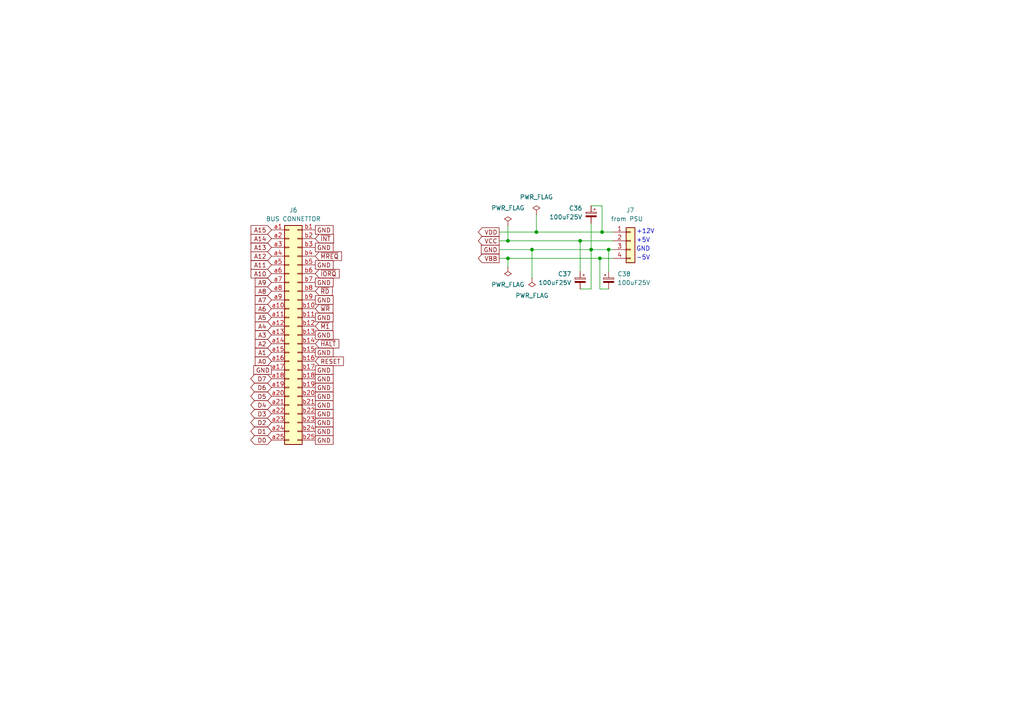
<source format=kicad_sch>
(kicad_sch (version 20230121) (generator eeschema)
  (paper "A4")
  (title_block (title "CONNECTOR") (date "2023-08-11") (comment 1 "PSU: DC12V 1.6A/DC5V 1.6A / DC-5V 0.2A"))
  (lib_symbols
    (symbol "Connector_Generic:Conn_01x04" (pin_names (offset 1.016) hide)
      (property "Reference" "J" (at 0 5.08 0))
      (property "Value" "Conn_01x04" (at 0 -7.62 0))
      (symbol "Conn_01x04_1_1"
        (rectangle (start -1.27 -4.953) (end 0 -5.207) (stroke (width 0.1524)))
        (rectangle (start -1.27 -2.413) (end 0 -2.667) (stroke (width 0.1524)))
        (rectangle (start -1.27 0.127) (end 0 -0.127) (stroke (width 0.1524)))
        (rectangle (start -1.27 2.667) (end 0 2.413) (stroke (width 0.1524)))
        (rectangle (start -1.27 3.81) (end 1.27 -6.35) (stroke (width 0.254)) (fill (type background)))
        (pin passive line (at -5.08 2.54 0) (length 3.81) (name "Pin_1") (number "1"))
        (pin passive line (at -5.08 0 0) (length 3.81) (name "Pin_2") (number "2"))
        (pin passive line (at -5.08 -2.54 0) (length 3.81) (name "Pin_3") (number "3"))
        (pin passive line (at -5.08 -5.08 0) (length 3.81) (name "Pin_4") (number "4"))
      )
    )
    (symbol "Connector_Generic:Conn_02x25_Row_Letter_First" (pin_names (offset 1.016) hide)
      (property "Reference" "J" (at 1.27 33.02 0))
      (property "Value" "Conn_02x25_Row_Letter_First" (at 1.27 -33.02 0))
      (symbol "Conn_02x25_Row_Letter_First_1_1"
        (rectangle (start -1.27 -30.353) (end 0 -30.607) (stroke (width 0.1524)))
        (rectangle (start -1.27 -27.813) (end 0 -28.067) (stroke (width 0.1524)))
        (rectangle (start -1.27 -25.273) (end 0 -25.527) (stroke (width 0.1524)))
        (rectangle (start -1.27 -22.733) (end 0 -22.987) (stroke (width 0.1524)))
        (rectangle (start -1.27 -20.193) (end 0 -20.447) (stroke (width 0.1524)))
        (rectangle (start -1.27 -17.653) (end 0 -17.907) (stroke (width 0.1524)))
        (rectangle (start -1.27 -15.113) (end 0 -15.367) (stroke (width 0.1524)))
        (rectangle (start -1.27 -12.573) (end 0 -12.827) (stroke (width 0.1524)))
        (rectangle (start -1.27 -10.033) (end 0 -10.287) (stroke (width 0.1524)))
        (rectangle (start -1.27 -7.493) (end 0 -7.747) (stroke (width 0.1524)))
        (rectangle (start -1.27 -4.953) (end 0 -5.207) (stroke (width 0.1524)))
        (rectangle (start -1.27 -2.413) (end 0 -2.667) (stroke (width 0.1524)))
        (rectangle (start -1.27 0.127) (end 0 -0.127) (stroke (width 0.1524)))
        (rectangle (start -1.27 2.667) (end 0 2.413) (stroke (width 0.1524)))
        (rectangle (start -1.27 5.207) (end 0 4.953) (stroke (width 0.1524)))
        (rectangle (start -1.27 7.747) (end 0 7.493) (stroke (width 0.1524)))
        (rectangle (start -1.27 10.287) (end 0 10.033) (stroke (width 0.1524)))
        (rectangle (start -1.27 12.827) (end 0 12.573) (stroke (width 0.1524)))
        (rectangle (start -1.27 15.367) (end 0 15.113) (stroke (width 0.1524)))
        (rectangle (start -1.27 17.907) (end 0 17.653) (stroke (width 0.1524)))
        (rectangle (start -1.27 20.447) (end 0 20.193) (stroke (width 0.1524)))
        (rectangle (start -1.27 22.987) (end 0 22.733) (stroke (width 0.1524)))
        (rectangle (start -1.27 25.527) (end 0 25.273) (stroke (width 0.1524)))
        (rectangle (start -1.27 28.067) (end 0 27.813) (stroke (width 0.1524)))
        (rectangle (start -1.27 30.607) (end 0 30.353) (stroke (width 0.1524)))
        (rectangle (start -1.27 31.75) (end 3.81 -31.75) (stroke (width 0.254)) (fill (type background)))
        (rectangle (start 3.81 -30.353) (end 2.54 -30.607) (stroke (width 0.1524)))
        (rectangle (start 3.81 -27.813) (end 2.54 -28.067) (stroke (width 0.1524)))
        (rectangle (start 3.81 -25.273) (end 2.54 -25.527) (stroke (width 0.1524)))
        (rectangle (start 3.81 -22.733) (end 2.54 -22.987) (stroke (width 0.1524)))
        (rectangle (start 3.81 -20.193) (end 2.54 -20.447) (stroke (width 0.1524)))
        (rectangle (start 3.81 -17.653) (end 2.54 -17.907) (stroke (width 0.1524)))
        (rectangle (start 3.81 -15.113) (end 2.54 -15.367) (stroke (width 0.1524)))
        (rectangle (start 3.81 -12.573) (end 2.54 -12.827) (stroke (width 0.1524)))
        (rectangle (start 3.81 -10.033) (end 2.54 -10.287) (stroke (width 0.1524)))
        (rectangle (start 3.81 -7.493) (end 2.54 -7.747) (stroke (width 0.1524)))
        (rectangle (start 3.81 -4.953) (end 2.54 -5.207) (stroke (width 0.1524)))
        (rectangle (start 3.81 -2.413) (end 2.54 -2.667) (stroke (width 0.1524)))
        (rectangle (start 3.81 0.127) (end 2.54 -0.127) (stroke (width 0.1524)))
        (rectangle (start 3.81 2.667) (end 2.54 2.413) (stroke (width 0.1524)))
        (rectangle (start 3.81 5.207) (end 2.54 4.953) (stroke (width 0.1524)))
        (rectangle (start 3.81 7.747) (end 2.54 7.493) (stroke (width 0.1524)))
        (rectangle (start 3.81 10.287) (end 2.54 10.033) (stroke (width 0.1524)))
        (rectangle (start 3.81 12.827) (end 2.54 12.573) (stroke (width 0.1524)))
        (rectangle (start 3.81 15.367) (end 2.54 15.113) (stroke (width 0.1524)))
        (rectangle (start 3.81 17.907) (end 2.54 17.653) (stroke (width 0.1524)))
        (rectangle (start 3.81 20.447) (end 2.54 20.193) (stroke (width 0.1524)))
        (rectangle (start 3.81 22.987) (end 2.54 22.733) (stroke (width 0.1524)))
        (rectangle (start 3.81 25.527) (end 2.54 25.273) (stroke (width 0.1524)))
        (rectangle (start 3.81 28.067) (end 2.54 27.813) (stroke (width 0.1524)))
        (rectangle (start 3.81 30.607) (end 2.54 30.353) (stroke (width 0.1524)))
        (pin passive line (at -5.08 30.48 0) (length 3.81) (name "Pin_a1") (number "a1"))
        (pin passive line (at -5.08 7.62 0) (length 3.81) (name "Pin_a10") (number "a10"))
        (pin passive line (at -5.08 5.08 0) (length 3.81) (name "Pin_a11") (number "a11"))
        (pin passive line (at -5.08 2.54 0) (length 3.81) (name "Pin_a12") (number "a12"))
        (pin passive line (at -5.08 0 0) (length 3.81) (name "Pin_a13") (number "a13"))
        (pin passive line (at -5.08 -2.54 0) (length 3.81) (name "Pin_a14") (number "a14"))
        (pin passive line (at -5.08 -5.08 0) (length 3.81) (name "Pin_a15") (number "a15"))
        (pin passive line (at -5.08 -7.62 0) (length 3.81) (name "Pin_a16") (number "a16"))
        (pin passive line (at -5.08 -10.16 0) (length 3.81) (name "Pin_a17") (number "a17"))
        (pin passive line (at -5.08 -12.7 0) (length 3.81) (name "Pin_a18") (number "a18"))
        (pin passive line (at -5.08 -15.24 0) (length 3.81) (name "Pin_a19") (number "a19"))
        (pin passive line (at -5.08 27.94 0) (length 3.81) (name "Pin_a2") (number "a2"))
        (pin passive line (at -5.08 -17.78 0) (length 3.81) (name "Pin_a20") (number "a20"))
        (pin passive line (at -5.08 -20.32 0) (length 3.81) (name "Pin_a21") (number "a21"))
        (pin passive line (at -5.08 -22.86 0) (length 3.81) (name "Pin_a22") (number "a22"))
        (pin passive line (at -5.08 -25.4 0) (length 3.81) (name "Pin_a23") (number "a23"))
        (pin passive line (at -5.08 -27.94 0) (length 3.81) (name "Pin_a24") (number "a24"))
        (pin passive line (at -5.08 -30.48 0) (length 3.81) (name "Pin_a25") (number "a25"))
        (pin passive line (at -5.08 25.4 0) (length 3.81) (name "Pin_a3") (number "a3"))
        (pin passive line (at -5.08 22.86 0) (length 3.81) (name "Pin_a4") (number "a4"))
        (pin passive line (at -5.08 20.32 0) (length 3.81) (name "Pin_a5") (number "a5"))
        (pin passive line (at -5.08 17.78 0) (length 3.81) (name "Pin_a6") (number "a6"))
        (pin passive line (at -5.08 15.24 0) (length 3.81) (name "Pin_a7") (number "a7"))
        (pin passive line (at -5.08 12.7 0) (length 3.81) (name "Pin_a8") (number "a8"))
        (pin passive line (at -5.08 10.16 0) (length 3.81) (name "Pin_a9") (number "a9"))
        (pin passive line (at 7.62 30.48 180) (length 3.81) (name "Pin_b1") (number "b1"))
        (pin passive line (at 7.62 7.62 180) (length 3.81) (name "Pin_b10") (number "b10"))
        (pin passive line (at 7.62 5.08 180) (length 3.81) (name "Pin_b11") (number "b11"))
        (pin passive line (at 7.62 2.54 180) (length 3.81) (name "Pin_b12") (number "b12"))
        (pin passive line (at 7.62 0 180) (length 3.81) (name "Pin_b13") (number "b13"))
        (pin passive line (at 7.62 -2.54 180) (length 3.81) (name "Pin_b14") (number "b14"))
        (pin passive line (at 7.62 -5.08 180) (length 3.81) (name "Pin_b15") (number "b15"))
        (pin passive line (at 7.62 -7.62 180) (length 3.81) (name "Pin_b16") (number "b16"))
        (pin passive line (at 7.62 -10.16 180) (length 3.81) (name "Pin_b17") (number "b17"))
        (pin passive line (at 7.62 -12.7 180) (length 3.81) (name "Pin_b18") (number "b18"))
        (pin passive line (at 7.62 -15.24 180) (length 3.81) (name "Pin_b19") (number "b19"))
        (pin passive line (at 7.62 27.94 180) (length 3.81) (name "Pin_b2") (number "b2"))
        (pin passive line (at 7.62 -17.78 180) (length 3.81) (name "Pin_b20") (number "b20"))
        (pin passive line (at 7.62 -20.32 180) (length 3.81) (name "Pin_b21") (number "b21"))
        (pin passive line (at 7.62 -22.86 180) (length 3.81) (name "Pin_b22") (number "b22"))
        (pin passive line (at 7.62 -25.4 180) (length 3.81) (name "Pin_b23") (number "b23"))
        (pin passive line (at 7.62 -27.94 180) (length 3.81) (name "Pin_b24") (number "b24"))
        (pin passive line (at 7.62 -30.48 180) (length 3.81) (name "Pin_b25") (number "b25"))
        (pin passive line (at 7.62 25.4 180) (length 3.81) (name "Pin_b3") (number "b3"))
        (pin passive line (at 7.62 22.86 180) (length 3.81) (name "Pin_b4") (number "b4"))
        (pin passive line (at 7.62 20.32 180) (length 3.81) (name "Pin_b5") (number "b5"))
        (pin passive line (at 7.62 17.78 180) (length 3.81) (name "Pin_b6") (number "b6"))
        (pin passive line (at 7.62 15.24 180) (length 3.81) (name "Pin_b7") (number "b7"))
        (pin passive line (at 7.62 12.7 180) (length 3.81) (name "Pin_b8") (number "b8"))
        (pin passive line (at 7.62 10.16 180) (length 3.81) (name "Pin_b9") (number "b9"))
      )
    )
    (symbol "Device:C_Polarized_Small" (pin_numbers hide) (pin_names (offset 0.254) hide)
      (property "Reference" "C" (at 0.254 1.778 0))
      (property "Value" "C_Polarized_Small" (at 0.254 -2.032 0))
      (symbol "C_Polarized_Small_0_1"
        (rectangle (start -1.524 -0.3048) (end 1.524 -0.6858) (fill (type outline)))
        (rectangle (start -1.524 0.6858) (end 1.524 0.3048))
        (polyline (pts (xy -1.27 1.524) (xy -0.762 1.524)))
        (polyline (pts (xy -1.016 1.27) (xy -1.016 1.778)))
      )
      (symbol "C_Polarized_Small_1_1"
        (pin passive line (at 0 2.54 270) (length 1.8542) (name "~") (number "1"))
        (pin passive line (at 0 -2.54 90) (length 1.8542) (name "~") (number "2"))
      )
    )
    (symbol "power:PWR_FLAG" (power) (pin_numbers hide) (pin_names (offset 0) hide)
      (property "Value" "PWR_FLAG" (at 0 3.81 0))
      (symbol "PWR_FLAG_0_0"
        (pin power_out line (at 0 0 90) (length 0) (name "pwr") (number "1"))
      )
      (symbol "PWR_FLAG_0_1"
        (polyline (pts (xy 0 0) (xy 0 1.27) (xy -1.016 1.905) (xy 0 2.54) (xy 1.016 1.905) (xy 0 1.27)))
      )
    )
  )
  (junction (at 147.32 74.93))
  (junction (at 174.625 67.31))
  (junction (at 147.32 69.85))
  (junction (at 171.45 72.39))
  (junction (at 155.575 67.31))
  (junction (at 154.305 72.39))
  (junction (at 173.99 74.93))
  (junction (at 168.275 69.85))
  (junction (at 176.53 72.39))
  (wire (pts (xy 176.53 83.82) (xy 173.99 83.82)))
  (wire (pts (xy 147.32 74.93) (xy 147.32 77.47)))
  (wire (pts (xy 154.305 72.39) (xy 171.45 72.39)))
  (wire (pts (xy 155.575 67.31) (xy 174.625 67.31)))
  (wire (pts (xy 168.275 69.85) (xy 177.8 69.85)))
  (wire (pts (xy 174.625 59.69) (xy 174.625 67.31)))
  (wire (pts (xy 144.78 67.31) (xy 155.575 67.31)))
  (wire (pts (xy 176.53 72.39) (xy 177.8 72.39)))
  (wire (pts (xy 154.305 72.39) (xy 154.305 80.645)))
  (wire (pts (xy 144.78 74.93) (xy 147.32 74.93)))
  (wire (pts (xy 173.99 83.82) (xy 173.99 74.93)))
  (wire (pts (xy 174.625 67.31) (xy 177.8 67.31)))
  (wire (pts (xy 171.45 83.82) (xy 171.45 72.39)))
  (wire (pts (xy 144.78 69.85) (xy 147.32 69.85)))
  (wire (pts (xy 147.32 69.85) (xy 168.275 69.85)))
  (wire (pts (xy 176.53 72.39) (xy 176.53 78.74)))
  (wire (pts (xy 147.32 74.93) (xy 173.99 74.93)))
  (wire (pts (xy 168.275 69.85) (xy 168.275 78.74)))
  (wire (pts (xy 144.78 72.39) (xy 154.305 72.39)))
  (wire (pts (xy 173.99 74.93) (xy 177.8 74.93)))
  (wire (pts (xy 171.45 59.69) (xy 174.625 59.69)))
  (wire (pts (xy 147.32 65.405) (xy 147.32 69.85)))
  (wire (pts (xy 155.575 62.23) (xy 155.575 67.31)))
  (wire (pts (xy 171.45 72.39) (xy 176.53 72.39)))
  (wire (pts (xy 168.275 83.82) (xy 171.45 83.82)))
  (wire (pts (xy 171.45 64.77) (xy 171.45 72.39)))
  (text "+5V" (at 188.595 70.485 0) (effects (font (size 1.27 1.27)) (justify right bottom)))
  (text "+12V" (at 189.865 67.945 0) (effects (font (size 1.27 1.27)) (justify right bottom)))
  (text "-5V" (at 188.595 75.565 0) (effects (font (size 1.27 1.27)) (justify right bottom)))
  (text "GND" (at 188.595 73.025 0) (effects (font (size 1.27 1.27)) (justify right bottom)))
  (global_label "A2" (shape input) (at 78.74 99.695 180) (property "Intersheetrefs" "${INTERSHEET_REFS}" (effects hide)))
  (global_label "A4" (shape input) (at 78.74 94.615 180) (property "Intersheetrefs" "${INTERSHEET_REFS}" (effects hide)))
  (global_label "VBB" (shape output) (at 144.78 74.93 180) (property "Intersheetrefs" "${INTERSHEET_REFS}" (effects hide)))
  (global_label "A5" (shape input) (at 78.74 92.075 180) (property "Intersheetrefs" "${INTERSHEET_REFS}" (effects hide)))
  (global_label "A0" (shape input) (at 78.74 104.775 180) (property "Intersheetrefs" "${INTERSHEET_REFS}" (effects hide)))
  (global_label "A13" (shape input) (at 78.74 71.755 180) (property "Intersheetrefs" "${INTERSHEET_REFS}" (effects hide)))
  (global_label "A12" (shape input) (at 78.74 74.295 180) (property "Intersheetrefs" "${INTERSHEET_REFS}" (effects hide)))
  (global_label "D7" (shape bidirectional) (at 78.74 109.855 180) (property "Intersheetrefs" "${INTERSHEET_REFS}" (effects hide)))
  (global_label "~{RD}" (shape input) (at 91.44 84.455 0) (property "Intersheetrefs" "${INTERSHEET_REFS}" (effects hide)))
  (global_label "GND" (shape passive) (at 91.44 114.935 0) (property "Intersheetrefs" "${INTERSHEET_REFS}" (effects hide)))
  (global_label "A1" (shape input) (at 78.74 102.235 180) (property "Intersheetrefs" "${INTERSHEET_REFS}" (effects hide)))
  (global_label "A8" (shape input) (at 78.74 84.455 180) (property "Intersheetrefs" "${INTERSHEET_REFS}" (effects hide)))
  (global_label "GND" (shape passive) (at 91.44 102.235 0) (property "Intersheetrefs" "${INTERSHEET_REFS}" (effects hide)))
  (global_label "D5" (shape bidirectional) (at 78.74 114.935 180) (property "Intersheetrefs" "${INTERSHEET_REFS}" (effects hide)))
  (global_label "A15" (shape input) (at 78.74 66.675 180) (property "Intersheetrefs" "${INTERSHEET_REFS}" (effects hide)))
  (global_label "VDD" (shape output) (at 144.78 67.31 180) (property "Intersheetrefs" "${INTERSHEET_REFS}" (effects hide)))
  (global_label "~{MREQ}" (shape input) (at 91.44 74.295 0) (property "Intersheetrefs" "${INTERSHEET_REFS}" (effects hide)))
  (global_label "RESET" (shape input) (at 91.44 104.775 0) (property "Intersheetrefs" "${INTERSHEET_REFS}" (effects hide)))
  (global_label "GND" (shape passive) (at 91.44 86.995 0) (property "Intersheetrefs" "${INTERSHEET_REFS}" (effects hide)))
  (global_label "GND" (shape passive) (at 91.44 125.095 0) (property "Intersheetrefs" "${INTERSHEET_REFS}" (effects hide)))
  (global_label "A11" (shape input) (at 78.74 76.835 180) (property "Intersheetrefs" "${INTERSHEET_REFS}" (effects hide)))
  (global_label "GND" (shape passive) (at 91.44 66.675 0) (property "Intersheetrefs" "${INTERSHEET_REFS}" (effects hide)))
  (global_label "~{M1}" (shape input) (at 91.44 94.615 0) (property "Intersheetrefs" "${INTERSHEET_REFS}" (effects hide)))
  (global_label "A14" (shape input) (at 78.74 69.215 180) (property "Intersheetrefs" "${INTERSHEET_REFS}" (effects hide)))
  (global_label "GND" (shape passive) (at 91.44 127.635 0) (property "Intersheetrefs" "${INTERSHEET_REFS}" (effects hide)))
  (global_label "A10" (shape input) (at 78.74 79.375 180) (property "Intersheetrefs" "${INTERSHEET_REFS}" (effects hide)))
  (global_label "~{HALT}" (shape input) (at 91.44 99.695 0) (property "Intersheetrefs" "${INTERSHEET_REFS}" (effects hide)))
  (global_label "GND" (shape passive) (at 91.44 117.475 0) (property "Intersheetrefs" "${INTERSHEET_REFS}" (effects hide)))
  (global_label "D6" (shape bidirectional) (at 78.74 112.395 180) (property "Intersheetrefs" "${INTERSHEET_REFS}" (effects hide)))
  (global_label "~{INT}" (shape input) (at 91.44 69.215 0) (property "Intersheetrefs" "${INTERSHEET_REFS}" (effects hide)))
  (global_label "GND" (shape passive) (at 91.44 112.395 0) (property "Intersheetrefs" "${INTERSHEET_REFS}" (effects hide)))
  (global_label "GND" (shape passive) (at 91.44 109.855 0) (property "Intersheetrefs" "${INTERSHEET_REFS}" (effects hide)))
  (global_label "D0" (shape bidirectional) (at 78.74 127.635 180) (property "Intersheetrefs" "${INTERSHEET_REFS}" (effects hide)))
  (global_label "GND" (shape passive) (at 91.44 92.075 0) (property "Intersheetrefs" "${INTERSHEET_REFS}" (effects hide)))
  (global_label "A6" (shape input) (at 78.74 89.535 180) (property "Intersheetrefs" "${INTERSHEET_REFS}" (effects hide)))
  (global_label "D1" (shape bidirectional) (at 78.74 125.095 180) (property "Intersheetrefs" "${INTERSHEET_REFS}" (effects hide)))
  (global_label "D4" (shape bidirectional) (at 78.74 117.475 180) (property "Intersheetrefs" "${INTERSHEET_REFS}" (effects hide)))
  (global_label "D2" (shape bidirectional) (at 78.74 122.555 180) (property "Intersheetrefs" "${INTERSHEET_REFS}" (effects hide)))
  (global_label "GND" (shape passive) (at 78.74 107.315 180) (property "Intersheetrefs" "${INTERSHEET_REFS}" (effects hide)))
  (global_label "GND" (shape passive) (at 144.78 72.39 180) (property "Intersheetrefs" "${INTERSHEET_REFS}" (effects hide)))
  (global_label "~{IORQ}" (shape input) (at 91.44 79.375 0) (property "Intersheetrefs" "${INTERSHEET_REFS}" (effects hide)))
  (global_label "A3" (shape input) (at 78.74 97.155 180) (property "Intersheetrefs" "${INTERSHEET_REFS}" (effects hide)))
  (global_label "GND" (shape passive) (at 91.44 71.755 0) (property "Intersheetrefs" "${INTERSHEET_REFS}" (effects hide)))
  (global_label "A9" (shape input) (at 78.74 81.915 180) (property "Intersheetrefs" "${INTERSHEET_REFS}" (effects hide)))
  (global_label "GND" (shape passive) (at 91.44 97.155 0) (property "Intersheetrefs" "${INTERSHEET_REFS}" (effects hide)))
  (global_label "D3" (shape bidirectional) (at 78.74 120.015 180) (property "Intersheetrefs" "${INTERSHEET_REFS}" (effects hide)))
  (global_label "GND" (shape passive) (at 91.44 81.915 0) (property "Intersheetrefs" "${INTERSHEET_REFS}" (effects hide)))
  (global_label "VCC" (shape output) (at 144.78 69.85 180) (property "Intersheetrefs" "${INTERSHEET_REFS}" (effects hide)))
  (global_label "GND" (shape passive) (at 91.44 122.555 0) (property "Intersheetrefs" "${INTERSHEET_REFS}" (effects hide)))
  (global_label "~{WR}" (shape input) (at 91.44 89.535 0) (property "Intersheetrefs" "${INTERSHEET_REFS}" (effects hide)))
  (global_label "GND" (shape passive) (at 91.44 76.835 0) (property "Intersheetrefs" "${INTERSHEET_REFS}" (effects hide)))
  (global_label "GND" (shape passive) (at 91.44 107.315 0) (property "Intersheetrefs" "${INTERSHEET_REFS}" (effects hide)))
  (global_label "GND" (shape passive) (at 91.44 120.015 0) (property "Intersheetrefs" "${INTERSHEET_REFS}" (effects hide)))
  (global_label "A7" (shape input) (at 78.74 86.995 180) (property "Intersheetrefs" "${INTERSHEET_REFS}" (effects hide)))
  (symbol (lib_id "Device:C_Polarized_Small") (at 168.275 81.28 0) (mirror y) (unit 1)
    (property "Reference" "C37" (at 165.735 79.4639 0) (effects (justify left)))
    (property "Value" "100uF25V" (at 165.735 82.0039 0) (effects (justify left)))
  )
  (symbol (lib_id "Device:C_Polarized_Small") (at 176.53 81.28 0) (unit 1)
    (property "Reference" "C38" (at 179.07 79.4639 0) (effects (justify left)))
    (property "Value" "100uF25V" (at 179.07 82.0039 0) (effects (justify left)))
  )
  (symbol (lib_id "power:PWR_FLAG") (at 147.32 77.47 180) (unit 1)
    (property "Reference" "#FLG0103" (effects hide))
    (property "Value" "PWR_FLAG" (at 147.32 82.55 0))
  )
  (symbol (lib_id "power:PWR_FLAG") (at 155.575 62.23 0) (unit 1)
    (property "Reference" "#FLG0102" (effects hide))
    (property "Value" "PWR_FLAG" (at 155.575 57.15 0))
  )
  (symbol (lib_id "Connector_Generic:Conn_01x04") (at 182.88 69.85 0) (unit 1)
    (property "Reference" "J7" (at 181.61 60.96 0) (effects (justify left)))
    (property "Value" "from PSU" (at 177.165 63.5 0) (effects (justify left)))
    (property "Footprint" "Connector_PinHeader_2.54mm:PinHeader_1x04_P2.54mm_Vertical" (effects hide))
  )
  (symbol (lib_id "power:PWR_FLAG") (at 147.32 65.405 0) (unit 1)
    (property "Reference" "#FLG0101" (effects hide))
    (property "Value" "PWR_FLAG" (at 147.32 60.325 0))
  )
  (symbol (lib_id "Connector_Generic:Conn_02x25_Row_Letter_First") (at 83.82 97.155 0) (unit 1)
    (property "Reference" "J6" (at 85.09 60.96 0))
    (property "Value" "BUS CONNETTOR" (at 85.09 63.5 0))
    (property "Footprint" "Connector_PinHeader_2.54mm:PinHeader_2x26_P2.54mm_Horizontal" (effects hide))
  )
  (symbol (lib_id "Device:C_Polarized_Small") (at 171.45 62.23 0) (mirror y) (unit 1)
    (property "Reference" "C36" (at 168.91 60.4139 0) (effects (justify left)))
    (property "Value" "100uF25V" (at 168.91 62.9539 0) (effects (justify left)))
  )
  (symbol (lib_id "power:PWR_FLAG") (at 154.305 80.645 180) (unit 1)
    (property "Reference" "#FLG0104" (effects hide))
    (property "Value" "PWR_FLAG" (at 154.305 85.725 0))
  )
)
</source>
